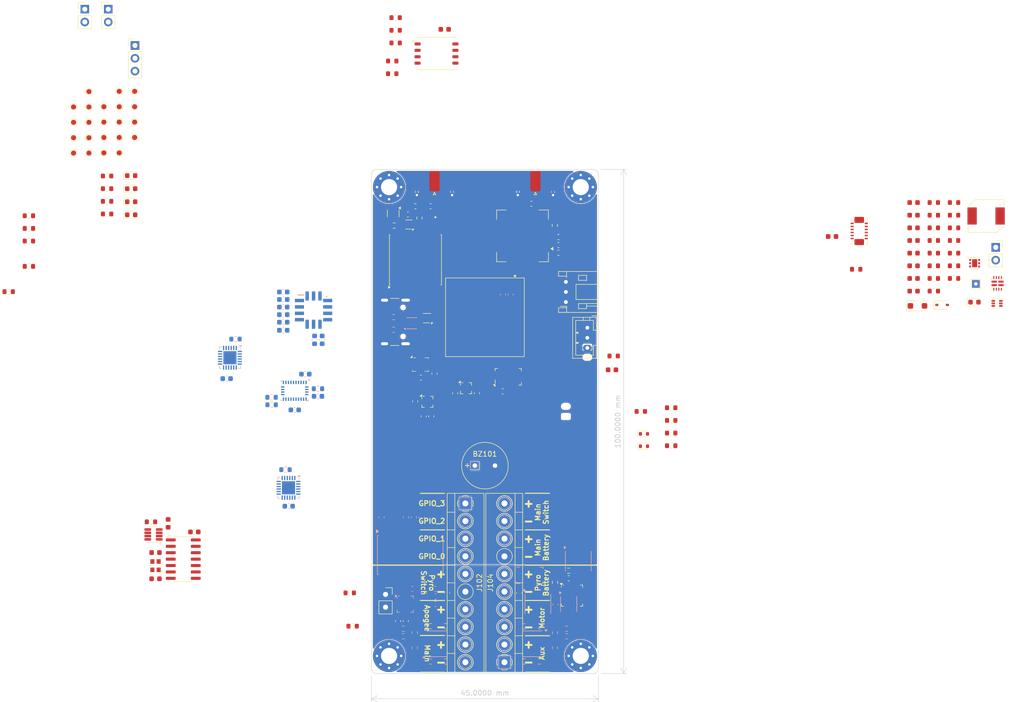
<source format=kicad_pcb>
(kicad_pcb (version 20240108) (generator "pcbnew") (generator_version "8.0")
  (title_block (title "MIDAS MK2") (date "2024-09-03") (rev "A") (company "Illinois Space Society") (comment 4 "Contributors: Peter Giannetos, Thomas McManamen"))
  (layers (0 "F.Cu" signal) (1 "In1.Cu" signal) (2 "In2.Cu" signal) (31 "B.Cu" signal) (34 "B.Paste" user) (35 "F.Paste" user) (36 "B.SilkS" user "B.Silkscreen") (37 "F.SilkS" user "F.Silkscreen") (38 "B.Mask" user) (39 "F.Mask" user) (44 "Edge.Cuts" user))
  (net 0 "")
  (net 1 "GND")
  (net 2 "+3V3")
  (net 3 "/BUZZER")
  (net 4 "Net-(U105-OSC2)")
  (net 5 "Net-(U105-OSC1)")
  (net 6 "/RESET_SW")
  (net 7 "+3V3_ISO")
  (net 8 "PYRO_GND")
  (net 9 "Net-(U202-VCAPL)")
  (net 10 "Net-(U202-VCAPH)")
  (net 11 "/Pyro Circuitry/GND2")
  (net 12 "/Pyro Circuitry/V_ISOOUT")
  (net 13 "/VREG_IN")
  (net 14 "Net-(D302-A)")
  (net 15 "Net-(U304-SS)")
  (net 16 "/E22_RESET")
  (net 17 "Net-(U402-A1)")
  (net 18 "Net-(FL401-IN)")
  (net 19 "Net-(J401-In)")
  (net 20 "Net-(U502-V_{1P8ANA})")
  (net 21 "Net-(U502-V_{1P8DIG})")
  (net 22 "Net-(U504-CAP)")
  (net 23 "Net-(U505-C1)")
  (net 24 "Net-(D101-A2)")
  (net 25 "Net-(D102-A2)")
  (net 26 "Net-(D105-A)")
  (net 27 "Net-(D106-A)")
  (net 28 "Net-(D103-A)")
  (net 29 "Net-(D104-A)")
  (net 30 "Net-(D301-K)")
  (net 31 "Net-(D303-A)")
  (net 32 "Net-(FL401-OUT)")
  (net 70 "/USB_POWER")
  (net 71 "Net-(J101-CC1)")
  (net 73 "Net-(J101-CC2)")
  (net 74 "/AUX_GPIO_2")
  (net 75 "/AUX_GPIO_0")
  (net 76 "/PYRO_SW")
  (net 77 "/AUX_GPIO_3")
  (net 78 "/PYRO_A")
  (net 79 "/AUX_GPIO_1")
  (net 80 "/V_PYRO")
  (net 81 "/PYRO_B")
  (net 82 "Net-(J104-Pin_8)")
  (net 83 "/VBAT_PYRO")
  (net 84 "/PYRO_D")
  (net 85 "/PYRO_C")
  (net 86 "/VBAT")
  (net 87 "/I2C_SCL")
  (net 88 "/I2C_SDA")
  (net 89 "/PYRO_SCL")
  (net 90 "/PYRO_SDA")
  (net 91 "/SPI_SCK")
  (net 92 "/SPI_MOSI")
  (net 93 "/SPI_MISO")
  (net 94 "/BOOT_SW")
  (net 95 "/SYS_POWER")
  (net 96 "Net-(J402-In)")
  (net 97 "Net-(U303-SW)")
  (net 98 "/Pyro Circuitry/PYRO_EN")
  (net 99 "Net-(Q201A-D1-Pad7)")
  (net 100 "Net-(Q201B-G2)")
  (net 101 "/Pyro Circuitry/V_PYRO_ZONE")
  (net 102 "Net-(Q202B-G2)")
  (net 103 "Net-(Q202A-G1)")
  (net 104 "Net-(Q203B-G2)")
  (net 105 "Net-(Q203A-G1)")
  (net 106 "Net-(Q401A-D1)")
  (net 107 "Net-(Q401B-D2)")
  (net 108 "Net-(Q401B-S2)")
  (net 109 "Net-(Q401A-G2)")
  (net 110 "/EXP_INT1")
  (net 111 "/EXP_INT2")
  (net 112 "/INA_ALERT")
  (net 113 "/EXP_RESET")
  (net 114 "/FLASH_DAT0")
  (net 115 "/FLASH_DAT1")
  (net 116 "/FLASH_DAT2")
  (net 117 "/FLASH_DAT3")
  (net 118 "/FLASH_CMD")
  (net 119 "/CAN_FAULT")
  (net 120 "/CANH")
  (net 121 "/CANL")
  (net 122 "/LED_RED")
  (net 123 "/LED_ORANGE")
  (net 124 "/LED_GREEN")
  (net 125 "/LED_BLUE")
  (net 126 "/Pyro Circuitry/INA_ALRT_ISO")
  (net 127 "/ISO_FLT")
  (net 128 "/Pyro Circuitry/FIRE_A")
  (net 129 "/Pyro Circuitry/FIRE_C")
  (net 130 "/Pyro Circuitry/SENSE_A")
  (net 131 "/Pyro Circuitry/SENSE_C")
  (net 132 "/Pyro Circuitry/FIRE_B")
  (net 133 "/Pyro Circuitry/FIRE_D")
  (net 134 "/Pyro Circuitry/SENSE_B")
  (net 135 "/Pyro Circuitry/SENSE_D")
  (net 136 "/Pyro Circuitry/EXP_INT_ISO")
  (net 137 "/Pyro Circuitry/ADC_DRDY")
  (net 138 "Net-(U304-PR1)")
  (net 139 "Net-(U304-OV1)")
  (net 140 "/Power/MUX_CP2")
  (net 141 "Net-(U304-OV2)")
  (net 142 "Net-(U303-FB)")
  (net 143 "Net-(U304-ILM)")
  (net 144 "/BNO086_BOOT")
  (net 145 "Net-(U504-ENV_SDA)")
  (net 146 "Net-(U504-ENV_SCL)")
  (net 147 "/EXP_INT0")
  (net 149 "/BNO086_RESET")
  (net 150 "/BNO086_WAKE")
  (net 151 "/ADXL355_INT2")
  (net 152 "/ADXL355_INT1")
  (net 153 "/KX134_INT2")
  (net 154 "/KX134_INT1")
  (net 155 "/LIS3MDL_DRDY")
  (net 156 "/LIS3MDL_INT")
  (net 157 "/LSM6DSLTR_INT1")
  (net 158 "/LSM6DSLTR_INT2")
  (net 159 "Net-(U101-IN-)")
  (net 160 "Net-(U101-IN+)")
  (net 163 "/CAN_NINT")
  (net 165 "/E22_DIO3")
  (net 166 "/E22_BUSY")
  (net 168 "/E22_DIO1")
  (net 170 "/CAN_NINT1")
  (net 173 "/E22_CS")
  (net 175 "/E22_RXEN")
  (net 176 "/BNO086_CS")
  (net 177 "/LIS3MDL_CS")
  (net 178 "/FLASH_CLK")
  (net 179 "/CAN_NCS")
  (net 180 "/ADC_RESET")
  (net 181 "/BNO086_INT")
  (net 182 "/USB_D-")
  (net 183 "/LSM6DSL_CS")
  (net 184 "/KX134_CS")
  (net 185 "/MS5611_CS")
  (net 187 "/USB_D+")
  (net 189 "/MAX_RESET")
  (net 190 "Net-(U105-TXCAN)")
  (net 191 "/ADXL355_CS")
  (net 192 "Net-(U105-RXCAN)")
  (net 194 "Net-(U105-~{INT0}{slash}GPIO0{slash}XSTBY)")
  (net 196 "Net-(U201-IN+)")
  (net 197 "/Pyro Circuitry/ISO_SDA")
  (net 198 "Net-(U201-IN-)")
  (net 199 "/Pyro Circuitry/ISO_SCL")
  (net 202 "/Pyro Circuitry/ADC_RST_ISO")
  (net 203 "/Pyro Circuitry/EXP_RST_ISO")
  (net 213 "Net-(U401-DIO2)")
  (net 218 "/RF/MAX_INT")
  (net 242 "/D-")
  (net 243 "/D+")
  (footprint "TestPoint:TestPoint_Pad_D1.0mm" (layer "F.Cu") (at 66.95 42.6)
    (property "Reference" "TP103" (hide yes))
    (property "Value" "TestPoint_Small")
  )
  (footprint "Package_TO_SOT_SMD:SOT-563" (layer "F.Cu") (at 133.425 65.925 180)
    (property "Reference" "Q401" (hide yes))
    (property "Value" "Si1016X")
  )
  (footprint "Capacitor_SMD:C_0603_1608Metric" (layer "F.Cu") (at 163.06 71.51)
    (property "Reference" "C405" (hide yes))
    (property "Value" "10nF")
  )
  (footprint "Resistor_SMD:R_0603_1608Metric" (layer "F.Cu") (at 185.425 109.8)
    (property "Reference" "R118" (hide yes))
    (property "Value" "0")
  )
  (footprint "MountingHole:MountingHole_3.2mm_M3_Pad_Via" (layer "F.Cu") (at 167.5 58.5)
    (property "Reference" "H102" (hide yes))
    (property "Value" "M3")
  )
  (footprint "Package_TO_SOT_SMD:SOT-23-8" (layer "F.Cu") (at 82.8 127.4 180)
    (property "Reference" "U107" (hide yes))
    (property "Value" "TCAN337G")
  )
  (footprint "Resistor_SMD:R_0603_1608Metric" (layer "F.Cu") (at 73.6 58.81)
    (property "Reference" "R124" (hide yes))
    (property "Value" "470")
  )
  (footprint "Resistor_SMD:R_0603_1608Metric" (layer "F.Cu") (at 58.1 64.18)
    (property "Reference" "R104" (hide yes))
    (property "Value" "4.7k")
  )
  (footprint "Resistor_SMD:R_0603_1608Metric" (layer "F.Cu") (at 162.36 66.1 90)
    (property "Reference" "R401" (hide yes))
    (property "Value" "100k")
  )
  (footprint "Resistor_SMD:R_0603_1608Metric" (layer "F.Cu") (at 237.49 61.56)
    (property "Reference" "R301" (hide yes))
    (property "Value" "5k")
  )
  (footprint "Connector_PinSocket_2.54mm:PinSocket_1x02_P2.54mm_Vertical" (layer "F.Cu") (at 249.76 70.45)
    (property "Reference" "J302" (hide yes))
    (property "Value" "Conn_01x02")
  )
  (footprint "Resistor_SMD:R_0603_1608Metric" (layer "F.Cu") (at 122.275 145.6)
    (property "Reference" "R220" (hide yes))
    (property "Value" "10k")
  )
  (footprint "Diode_SMD:D_SOD-523" (layer "F.Cu") (at 180.025 109.9)
    (property "Reference" "D102" (hide yes))
    (property "Value" "ESD321")
  )
  (footprint "TestPoint:TestPoint_Pad_D1.0mm" (layer "F.Cu") (at 70 51.75)
    (property "Reference" "TP122" (hide yes))
    (property "Value" "TestPoint_Small")
  )
  (footprint "Resistor_SMD:R_0603_1608Metric" (layer "F.Cu") (at 237.49 69.09)
    (property "Reference" "R305" (hide yes))
    (property "Value" "5k")
  )
  (footprint "TestPoint:TestPoint_Pad_D1.0mm" (layer "F.Cu") (at 72.96 45.605)
    (property "Reference" "TP102" (hide yes))
    (property "Value" "TestPoint_Small")
  )
  (footprint "Connector_JST:JST_PH_B3B-PH-K_1x03_P2.00mm_Vertical" (layer "F.Cu") (at 168.8 86.4 -90)
    (property "Reference" "J108" (hide yes))
    (property "Value" "~")
  )
  (footprint "LED_SMD:LED_0603_1608Metric" (layer "F.Cu") (at 78.38 63.995)
    (property "Reference" "D106" (hide yes))
    (property "Value" "BLUE LED")
  )
  (footprint "LED_SMD:LED_0603_1608Metric" (layer "F.Cu") (at 78.38 58.815)
    (property "Reference" "D104" (hide yes))
    (property "Value" "ORANGE LED")
  )
  (footprint "Capacitor_SMD:C_0603_1608Metric" (layer "F.Cu") (at 90.9 126.9)
    (property "Reference" "C108" (hide yes))
    (property "Value" "0.1uF")
  )
  (footprint "Resistor_SMD:R_0603_1608Metric" (layer "F.Cu") (at 185.425 107.29)
    (property "Reference" "R117" (hide yes))
    (property "Value" "0")
  )
  (footprint "Resistor_SMD:R_0603_1608Metric" (layer "F.Cu") (at 237.49 79.13)
    (property "Reference" "R308" (hide yes))
    (property "Value" "5k")
  )
  (footprint "LED_SMD:LED_0603_1608Metric" (layer "F.Cu") (at 78.38 56.225)
    (property "Reference" "D103" (hide yes))
    (property "Value" "RED LED")
  )
  (footprint "Resistor_SMD:R_0603_1608Metric" (layer "F.Cu") (at 237.49 66.58)
    (property "Reference" "R304" (hide yes))
    (property "Value" "27k")
  )
  (footprint "Capacitor_SMD:C_0603_1608Metric" (layer "F.Cu") (at 165.1 136.1 180)
    (property "Reference" "C211" (hide yes))
    (property "Value" "0.1uF")
  )
  (footprint "Capacitor_SMD:C_0603_1608Metric" (layer "F.Cu") (at 233.48 79.13)
    (property "Reference" "C307" (hide yes))
    (property "Value" "22uF")
  )
  (footprint "TestPoint:TestPoint_Pad_D1.0mm" (layer "F.Cu") (at 70 48.7)
    (property "Reference" "TP121" (hide yes))
    (property "Value" "TestPoint_Small")
  )
  (footprint "Capacitor_SMD:C_0603_1608Metric" (layer "F.Cu") (at 136.3775 103.9775 90)
    (property "Reference" "C516" (hide yes))
    (property "Value" "1uF")
  )
  (footprint "Package_DFN_QFN:WQFN-24-1EP_4x4mm_P0.5mm_EP2.6x2.6mm" (layer "F.Cu") (at 165.7625 139.55)
    (property "Reference" "U205" (hide yes))
    (property "Value" "TCAL9539-Q1")
  )
  (footprint "Resistor_SMD:R_0603_1608Metric" (layer "F.Cu") (at 130.8 24.88)
    (property "Reference" "R111" (hide yes))
    (property "Value" "50k")
  )
  (footprint "Package_LGA:LGA-8_8x6.2mm_P1.27mm" (layer "F.Cu") (at 138.9 32)
    (property "Reference" "U106" (hide yes))
    (property "Value" "ZDSD64GLGEAG-R")
  )
  (footprint "Diode_SMD:D_SOD-123F" (layer "F.Cu") (at 234.245 82.06)
    (property "Reference" "D301" (hide yes))
    (property "Value" "BZT52H-A5V1-QX")
  )
  (footprint "Resistor_SMD:R_0603_1608Metric" (layer "F.Cu") (at 185.425 104.78)
    (property "Reference" "R116" (hide yes))
    (property "Value" "0")
  )
  (footprint "Package_DFN_QFN:Texas_VQFN-HR-12_2x2.5mm_P0.5mm" (layer "F.Cu") (at 250.13 77.6)
    (property "Reference" "U304" (hide yes))
    (property "Value" "TPS2121")
  )
  (footprint "Capacitor_SMD:C_0603_1608Metric" (layer "F.Cu") (at 233.48 61.56)
    (property "Reference" "C301" (hide yes))
    (property "Value" "0.1uF")
  )
  (footprint "Package_LGA:Bosch_LGA-14_3x2.5mm_P0.5mm" (layer "F.Cu") (at 135.7 93.7)
    (property "Reference" "U503" (hide yes))
    (property "Value" "LSM6DSLTR")
  )
  (footprint "Resistor_SMD:R_0603_1608Metric" (layer "F.Cu") (at 222.1 74.8)
    (property "Reference" "R107" (hide yes))
    (property "Value" "10k")
  )
  (footprint "Resistor_SMD:R_0603_1608Metric" (layer "F.Cu") (at 58.1 69.2)
    (property "Reference" "R106" (hide yes))
    (property "Value" "4.7k")
  )
  (footprint "Capacitor_SMD:C_0603_1608Metric" (layer "F.Cu") (at 85.7 125.2 -90)
    (property "Reference" "C110" (hide yes))
    (property "Value" "0.1uF")
  )
  (footprint "Resistor_SMD:R_0603_1608Metric" (layer "F.Cu") (at 54.09 79.24)
    (property "Reference" "R101" (hide yes))
    (property "Value" "4.7k")
  )
  (footprint "TestPoint:TestPoint_Pad_D1.0mm" (layer "F.Cu") (at 70 39.55)
    (property "Reference" "TP116" (hide yes))
    (property "Value" "TestPoint_Small")
  )
  (footprint "TestPoint:TestPoint_Pad_D1.0mm" (layer "F.Cu") (at 66.95 51.75)
    (property "Reference" "TP113" (hide yes))
    (property "Value" "TestPoint_Small")
  )
  (footprint "MountingHole:MountingHole_3.2mm_M3_Pad_Via" (layer "F.Cu") (at 129.5 58.5)
    (property "Reference" "H101" (hide yes))
    (property "Value" "M3")
  )
  (footprint "Resistor_SMD:R_0603_1608Metric" (layer "F.Cu") (at 241.5 69.09)
    (property "Reference" "R311" (hide yes))
    (property "Value" "30k")
  )
  (footprint "Connector_USB:USB_C_Receptacle_GCT_USB4105-xx-A_16P_TopMnt_Horizontal" (layer "F.Cu") (at 129.675 85.25 -90)
    (property "Reference" "J101" (hide yes))
    (property "Value" "USB4105-GF-A")
  )
  (footprint "Resistor_SMD:R_0603_1608Metric" (layer "F.Cu") (at 237.49 64.07)
    (property "Reference" "R302" (hide yes))
    (property "Value" "5k")
  )
  (footprint "Capacitor_SMD:C_0603_1608Metric" (layer "F.Cu") (at 133.225 63.925 180)
    (property "Reference" "C402" (hide yes))
    (property "Value" "10nF")
  )
  (footprint "RF_Filter_Qualcomm:Qualcomm_SMD-6" (layer "F.Cu") (at 138.025 65.225 -90)
    (property "Reference" "FL401" (hide yes))
    (property "Value" "B3913")
  )
  (footprint "Diode_SMD:D_SOD-323" (layer "F.Cu") (at 239.135 81.86)
    (property "Reference" "D302" (hide yes))
    (property "Value" "BAS416")
  )
  (footprint "Capacitor_SMD:C_0603_1608Metric" (layer "F.Cu") (at 217.325 68.3)
    (property "Reference" "C101" (hide yes))
    (property "Value" "0.1uF")
  )
  (footprint "Resistor_SMD:R_0603_1608Metric" (layer "F.Cu") (at 165.1 134.6)
    (property "Reference" "R219" (hide yes))
    (property "Value" "10k")
  )
  (footprint "RF_Module:ESP32-S2-MINI-1U" (layer "F.Cu") (at 148.5 84.325 -90)
    (property "Reference" "U104" (hide yes))
    (property "Value" "ESP32-S3-MINI-1U")
  )
  (footprint "Package_SON:WSON-6-1EP_2x2mm_P0.65mm_EP1x1.6mm" (layer "F.Cu") (at 245.585 73.6)
    (property "Reference" "U302" (hide yes))
    (property "Value" "TVS1800DRV")
  )
  (footprint "Resistor_SMD:R_0603_1608Metric" (layer "F.Cu") (at 241.5 61.56)
    (property "Reference" "R309" (hide yes))
    (property "Value" "69.8k")
  )
  (footprint "TestPoint:TestPoint_Pad_D1.0mm" (layer "F.Cu") (at 72.96 48.655)
    (property "Reference" "TP104" (hide yes))
    (property "Value" "TestPoint_Small")
  )
  (footprint "Inductor_SMD:L_0603_1608Metric" (layer "F.Cu") (at 157.7125 61.8 180)
    (property "Reference" "L402" (hide yes))
    (property "Value" "330nH")
  )
  (footprint "Resistor_SMD:R_0603_1608Metric" (layer "F.Cu") (at 82.3 124.9 180)
    (property "Reference" "R114" (hide yes))
    (property "Value" "10k")
  )
  (footprint "Resistor_SMD:R_0603_1608Metric" (layer "F.Cu") (at 58.1 66.69)
    (property "Reference" "R105" (hide yes))
    (property "Value" "4.7k")
  )
  (footprint "Capacitor_SMD:C_0603_1608Metric" (layer "F.Cu") (at 138.5 95.5 -90)
    (property "Reference" "C512" (hide yes))
    (property "Value" "0.1uF")
  )
  (footprint "Connector_Coaxial:SMA_Molex_73251-2120_EdgeMount_Horizontal" (layer "F.Cu") (at 158.5075 57.1 90)
    (property "Reference" "J402" (hide yes))
    (property "Value" "SMA")
  )
  (footprint "Capacitor_SMD:C_0603_1608Metric" (layer "F.Cu") (at 146.9 99.4 -90)
    (property "Reference" "C502" (hide yes))
    (property "Value" "0.1uF")
  )
  (footprint "Capacitor_SMD:C_0603_1608Metric" (layer "F.Cu") (at 140.525 27.2)
    (property "Reference" "C109" (hide yes))
    (property "Value" "0.1uF")
  )
  (footprint "Resistor_SMD:R_0603_1608Metric" (layer "F.Cu") (at 237.49 76.62)
    (property "Reference" "R307" (hide yes))
    (property "Value" "33k")
  )
  (footprint "Resistor_SMD:R_0603_1608Metric" (layer "F.Cu") (at 58.1 74.22)
    (property "Reference" "R108" (hide yes))
    (property "Value" "10k")
  )
  (footprint "MountingHole:MountingHole_3.2mm_M3_Pad_Via" (layer "F.Cu") (at 167.502944 151.5)
    (property "Reference" "H104" (hide yes))
    (property "Value" "M3")
  )
  (footprint "Resistor_SMD:R_0603_1608Metric" (layer "F.Cu") (at 130.525 66.125 180)
    (property "Reference" "R403" (hide yes))
    (property "Value" "100k")
  )
  (footprint "Resistor_SMD:R_0603_1608Metric" (layer "F.Cu") (at 130.125 33.49)
    (property "Reference" "R109" (hide yes))
    (property "Value" "50k")
  )
  (footprint "Resistor_SMD:R_0603_1608Metric" (layer "F.Cu") (at 185.425 102.27)
    (property "Reference" "R115" (hide yes))
    (property "Value" "0")
  )
  (footprint "TestPoint:TestPoint_Pad_D1.0mm" (layer "F.Cu") (at 66.95 48.7)
    (property "Reference" "TP110" (hide yes))
    (property "Value" "TestPoint_Small")
  )
  (footprint "Connector_PinHeader_2.54mm:PinHeader_1x02_P2.54mm_Vertical" (layer "F.Cu") (at 69.18 23.205)
    (property "Reference" "J105" (hide yes))
    (property "Value" "Conn_01x02")
  )
  (footprint "TestPoint:TestPoint_Pad_D1.0mm" (layer "F.Cu") (at 76.01 42.555)
    (property "Reference" "TP108" (hide yes))
    (property "Value" "TestPoint_Small")
  )
  (footprint "Package_DFN_QFN:ST_UQFN-6L_1.5x1.7mm_P0.5mm" (layer "F.Cu") (at 137 84.5 180)
    (property "Reference" "U108" (hide yes))
    (property "Value" "ECMF02-2AMX6")
  )
  (footprint "Capacitor_SMD:C_0603_1608Metric" (layer "F.Cu") (at 137.725 62.3)
    (property "Reference" "C403" (hide yes))
    (property "Value" "47pF")
  )
  (footprint "Package_LGA:LGA-12_2x2mm_P0.5mm" (layer "F.Cu") (at 137.1 101.1)
    (property "Reference" "U505" (hide yes))
    (property "Value" "LIS3MDL")
  )
  (footprint "Diode_SMD:D_SOD-523" (layer "F.Cu") (at 180.025 107.45)
    (property "Reference" "D101" (hide yes))
    (property "Value" "ESD321")
  )
  (footprint "Capacitor_SMD:C_0603_1608Metric" (layer "F.Cu") (at 233.48 64.07)
    (property "Reference" "C302" (hide yes))
    (property "Value" "10uF")
  )
  (footprint "Resistor_SMD:R_0603_1608Metric" (layer "F.Cu") (at 237.49 74.11)
    (property "Reference" "R306" (hide yes))
    (property "Value" "30k")
  )
  (footprint "Capacitor_SMD:C_0603_1608Metric" (layer "F.Cu") (at 173.695 94.75)
    (property "Reference" "C111" (hide yes))
    (property "Value" "1uF")
  )
  (footprint "Package_VQFN:VQFN-REL0014B" (layer "F.Cu") (at 222.7 67.199999)
    (property "Reference" "U101" (hide yes))
    (property "Value" "INA745x")
  )
  (footprint "Capacitor_SMD:C_0603_1608Metric" (layer "F.Cu") (at 233.48 69.09)
    (property "Reference" "C304" (hide yes))
    (property "Value" "22uF")
  )
  (footprint "Capacitor_SMD:C_0603_1608Metric" (layer "F.Cu") (at 83.2 131 180)
    (property "Reference" "C104" (hide yes))
    (property "Value" "22pF")
  )
  (footprint "Connector_Phoenix_Terminal-Block:Phoenix_Terminal-Block_1751329_1x10_P3.5mm" (layer "F.Cu") (at 152.375 152.75 90)
    (property "Reference" "J104")
    (property "Value" "Right")
  )
  (footprint "Resistor_SMD:R_0603_1608Metric" (layer "F.Cu") (at 130.8 27.39)
    (property "Reference" "R112" (hide yes))
    (property "Value" "50k")
  )
  (footprint "Capacitor_SMD:C_0603_1608Metric" (layer "F.Cu") (at 152.0225 99.0275)
    (property "Reference" "C519" (hide yes))
    (property "Value" "0.1uF")
  )
  (footprint "Connector_JST:JST_PH_S3B-PH-K_1x03_P2.00mm_Horizontal" (layer "F.Cu") (at 164.55 81.3 90)
    (property "Reference" "J103" (hide yes))
    (property "Value" "Conn_01x03")
  )
  (footprint "TestPoint:TestPoint_Pad_D1.0mm" (layer "F.Cu") (at 76.01 51.705)
    (property "Reference" "TP112" (hide yes))
    (property "Value" "TestPoint_Small")
  )
  (footprint "Package_TO_SOT_SMD:SOT-563" (layer "F.Cu") (at 250.03 81.565)
    (property "Reference" "U303" (hide yes))
    (property "Value" "TI_TPS566242")
  )
  (footprint "TestPoint:TestPoint_Pad_D1.0mm" (layer "F.Cu") (at 66.95 45.65)
    (property "Reference" "TP107" (hide yes))
    (property "Value" "TestPoint_Small")
  )
  (footprint "Resistor_SMD:R_0603_1608Metric" (layer "F.Cu") (at 241.5 74.11)
    (property "Reference" "R314" (hide yes))
    (property "Value" "21.5k")
  )
  (footprint "Capacitor_SMD:C_0603_1608Metric" (layer "F.Cu") (at 233.48 71.6)
    (property "Reference" "C305" (hide yes))
    (property "Value" "22uF")
  )
  (footprint "TestPoint:TestPoint_Pad_D1.0mm" (layer "F.Cu") (at 79.06 48.655)
    (property "Reference" "TP118" (hide yes))
    (property "Value" "TestPoint_Small")
  )
  (footprint "Resistor_SMD:R_0603_1608Metric" (layer "F.Cu") (at 130.125 36)
    (property "Reference" "R110" (hide yes))
    (property "Value" "50k")
  )
  (footprint "TestPoint:TestPoint_Pad_D1.0mm" (layer "F.Cu") (at 79.06 45.605)
    (property "Reference" "TP117" (hide yes))
    (property "Value" "TestPoint_Small")
  )
  (footprint "Resistor_SMD:R_0603_1608Metric" (layer "F.Cu") (at 241.5 71.6)
    (property "Reference" "R313" (hide yes))
    (property "Value" "135k")
  )
  (footprint "Capacitor_SMD:C_0603_1608Metric" (layer "F.Cu") (at 163.06 70)
    (property "Reference" "C404" (hide yes))
    (property "Value" "10uF")
  )
  (footprint "RF_Module_Ebyte:E22-400MM22S" (layer "F.Cu") (at 155.96 68.1728 180)
    (property "Reference" "U401" (hide yes))
    (property "Value" "E22-400MM22S")
  )
  (footprint "TestPoint:TestPoint_Pad_D1.0mm" (layer "F.Cu") (at 76.01 48.655)
    (property "Reference" "TP111" (hide yes))
    (property "Value" "TestPoint_Small")
  )
  (footprint "Connector_PinHeader_2.54mm:PinHeader_1x02_P2.54mm_Vertical" (layer "F.Cu") (at 73.83 23.205)
    (property "Reference" "J106" (hide yes))
    (property "Value" "Conn_01x02")
  )
  (footprint "Connector_PinSocket_2.54mm:PinSocket_1x02_P2.54mm_Vertical" (layer "F.Cu") (at 128.8 139.3)
    (property "Reference" "J201" (hide yes))
    (property "Value" "Conn_01x02")
  )
  (footprint "LED_SMD:LED_0603_1608Metric" (layer "F.Cu") (at 78.38 61.405)
    (property "Reference" "D105" (hide yes))
    (property "Value" "GREEN LED")
  )
  (footprint "TestPoint:TestPoint_Pad_D1.0mm" (layer "F.Cu") (at 76.01 39.505)
    (property "Reference" "TP106" (hide yes))
    (property "Value" "TestPoint_Small")
  )
  (footprint "TestPoint:TestPoint_Pad_D1.0mm" (layer "F.Cu") (at 70 42.6)
    (property "Reference" "TP119" (hide yes))
    (property "Value" "TestPoint_Small")
  )
  (footprint "Capacitor_SMD:C_0603_1608Metric" (layer "F.Cu") (at 233.48 66.58)
    (property "Reference" "C303" (hide yes))
    (property "Value" "10uF")
  )
  (footprint "Connector_Phoenix_Terminal-Block:Phoenix_Terminal-Block_1751329_1x10_P3.5mm" (layer "F.Cu") (at 144.625 121.25 -90)
    (property "Reference" "J102")
    (property "Value" "Left")
  )
  (footprint "Package_LGA:LGA-8_3x5mm_P1.25mm" (layer "F.Cu") (at 153.1225 96.1275 90)
    (property "Reference" "U506" (hide yes))
    (property "Value" "MS5611-01BA03")
  )
  (footprint "RF_GPS:ublox_MAX" (layer "F.Cu") (at 134.725 72.925 90)
    (property "Reference" "U403" (hide yes))
    (property "Value" "MAX-M10S")
  )
  (footprint "Resistor_SMD:R_0603_1608Metric" (layer "F.Cu") (at 241.5 64.07)
    (property "Reference" "R310" (hide yes))
    (property "Value" "5k")
  )
  (footprint "Resistor_SMD:R_0603_1608Metric" (layer "F.Cu") (at 241.5 66.58)
    (property "Reference" "R312" (hide yes))
    (property "Value" "0")
  )
  (footprint "Connector_Coaxial:SMA_Molex_73251-2120_EdgeMount_Horizontal" (layer "F.Cu") (at 138.5 57.1 90)
    (property "Reference" "J401" (hide yes))
    (property "Value" "SMA")
  )
  (footprint "Capacitor_SMD:C_0603_1608Metric" (layer "F.Cu") (at 233.48 76.62)
    (property "Reference" "C308" (hide yes))
    (property "Value" "1uF")
  )
  (footprint "Resistor_SMD:R_0603_1608Metric" (layer "F.Cu") (at 179.4 103)
    (property "Reference" "R119" (hide yes))
    (property "Value" "120")
  )
  (footprint "TestPoint:TestPoint_THTPad_1.5x1.5mm_Drill0.7mm" (layer "F.Cu") (at 245.83 77.7)
    (property "Reference" "J301" (hide yes))
    (property "Value" "TestPoint")
  )
  (footprint "TestPoint:TestPoint_Pad_D1.0mm" (layer "F.Cu") (at 70 45.65)
    (property "Reference" "TP120" (hide yes))
    (property "Value" "TestPoint_Small")
  )
  (footprint "Resistor_SMD:R_0603_1608Metric" (layer "F.Cu") (at 241.5 76.62)
    (property "Reference" "R315" (hide yes))
    (property "Value" "470")
  )
  (footprint "Resistor_SMD:R_0603_1608Metric" (layer "F.Cu") (at 73.6 61.32)
    (property "Reference" "R125" (hide yes))
    (property "Value" "470")
  )
  (footprint "Resistor_SMD:R_0603_1608Metric" (layer "F.Cu") (at 73.6 63.83)
    (property "Reference" "R126" (hide yes))
    (property "Value" "470")
  )
  (footprint "TestPoint:TestPoint_Pad_D1.0mm" (layer "F.Cu") (at 76.01 45.605)
    (property "Reference" "TP109" (hide yes))
    (property "Value" "TestPoint_Small")
  )
  (footprint "Resistor_SMD:R_0603_1608Metric" (layer "F.Cu") (at 135.525 64.625 90)
    (property "Reference" "R402" (hide yes))
    (property "Value" "10")
  )
  (footprint "Inductor_TDK:L_TDK_SPM6530" (layer "F.Cu") (at 247.855 64.23)
    (property "Reference" "L301" (hide yes))
    (property "Value" "2.2uH")
  )
  (footprint "TestPoint:TestPoint_Pad_D1.0mm" (layer "F.Cu") (at 79.06 42.555)
    (property "Reference" "TP115" (hide yes))
    (property "Value" "TestPoint_Small")
  )
  (footprint "Resistor_SMD:R_0603_1608Metric" (layer "F.Cu") (at 130.8 29.9)
    (property "Reference" "R113" (hide yes))
    (property "Value" "50k")
  )
  (footprint "Capacitor_SMD:C_0603_1608Metric" (layer "F.Cu") (at 134.6775 101.0025 -90)
    (property "Reference" "C518" (hide yes))
    (property "Value" "100nF")
  )
  (footprint "MountingHole:MountingHole_3.2mm_M3_Pad_Via" (layer "F.Cu") (at 129.5 151.5)
    (property "Reference" "H103" (hide yes))
    (property "Value" "M3")
  )
  (footprint "TestPoint:TestPoint_Pad_D1.0mm" (layer "F.Cu") (at 72.96 51.705)
    (property "Reference" "TP105" (hide yes))
    (property "Value" "TestPoint_Small")
  )
  (footprint "Capacitor_SMD:C_0603_1608Metric" (layer "F.Cu") (at 233.48 74.11)
    (property "Reference" "C306" (hide yes))
    (property "Value" "22uF")
  )
  (footprint "Resistor_SMD:R_0603_1608Metric" (layer "F.Cu") (at 121.7 139)
    (property "Reference" "R202" (hide yes))
    (property "Value" "5k")
  )
  (footprint "Capacitor_SMD:C_0603_1608Metric" (layer "F.Cu") (at 137.8775 103.9775 90)
    (property "Reference" "C517" (hide yes))
    (property "Value" "100nF")
  )
  (footprint "Resistor_SMD:R_0603_1608Metric" (layer "F.Cu") (at 73.6 56.3)
    (property "Reference" "R123" (hide yes))
    (property "Value" "470")
  )
  (footprint "TestPoint:TestPoint_Pad_D1.0mm" (layer "F.Cu") (at 72.96 42.555)
    (property "Reference" "TP101" (hide yes))
    (property "Value" "TestPoint_Small")
  )
  (footprint "Capacitor_SMD:C_0603_1608Metric" (layer "F.Cu") (at 132.8 144.6 -90)
    (property "Reference" "C212" (hide yes))
    (property "Value" "0.1uF")
  )
  (footprint "Capacitor_SMD:C_0603_1608Metric" (layer "F.Cu") (at 131.3 144.6 -90)
    (property "Reference" "C213" (hide yes))
    (property "Value" "0.1uF")
  )
  (footprint "Package_TO_SOT_SMD:SOT-363_SC-70-6" (layer "F.Cu") (at 130.325 63.725 -90)
    (property "Reference" "U402" (hide yes))
    (property "Value" "NC7WZ07")
  )
  (footprint "Capacitor_SMD:C_0603_1608Metric" (layer "F.Cu") (at 142.6 99.4 -90)
    (property "Reference" "C504" (hide yes))
    (property "Value" "0.1uF")
  )
  (footprint "Crystal:Crystal_SMD_Abracon_ABM10-4Pin_2.5x2.0mm" (layer "F.Cu") (at 83.2 133.6 180)
    (property "Reference" "Y101" (hide yes))
    (property "Value" "40MHz")
  )
  (footprint "Capacitor_SMD:C_0603_1608Metric" (layer "F.Cu") (at 83.2 136.2 180)
    (property "Reference" "C105" (hide yes))
    (property "Value" "22pF")
  )
  (footprint "Connector_PinHeader_2.54mm:PinHeader_1x03_P2.54mm_Vertical" (layer "F.Cu") (at 79.13 30.405)
    (property "Reference" "J107" (hide yes))
    (property "Value" "~")
  )
  (footprint "Package_SO:SOIC-14_3.9x8.7mm_P1.27mm" (layer "F.Cu") (at 88.7 132.3)
    (property "Reference" "U105" (hide yes))
    (property "Value" "MCP2518FDT-xSL")
  )
  (footprint "Capacitor_SMD:C_0603_1608Metric" (layer "F.Cu") (at 135.8 96.3)
    (property "Reference" "C511" (hide yes))
    (property "Value" "0.1uF")
  )
  (footprint "Resistor_SMD:R_0603_1608Metric" (layer "F.Cu") (at 174.025 92)
    (property "Reference" "R122" (hide yes))
    (property "Value" "20k")
  )
  (footprint "Resistor_SMD:R_0603_1608Metric" (layer "F.Cu") (at 162.4 136.9 -90)
    (property "Reference" "R201" (hide yes))
    (property "Value" "10k")
  )
  (footprint "Package_LGA:LGA-12_2x2mm_P0.5mm" (layer "F.Cu") (at 144.75 98.4)
    (property "Reference" "U501" (hide yes))
    (property "Value" "KX134-1211")
  )
  (footprint "Buzzer:Buzzer_AT-0927-TT-6-R" (layer "F.Cu") (at 146.5 113.75)
    (property "Reference" "BZ101")
    (property "Value" "AT-0927-TT-6-R")
  )
  (footprint "LED_SMD:LED_0603_1608Metric" (layer "F.Cu") (at 245.55 81.32)
    (property "Reference" "D303" (hide yes))
    (property "Value" "RED LED")
  )
  (footprint "Capacitor_SMD:C_0603_1608Metric" (layer "F.Cu") (at 163.06 68.4)
    (property "Reference" "C401" (hide yes))
    (property "Value" "0.1uF")
  )
  (footprint "TestPoint:TestPoint_Pad_D1.0mm" (layer "F.Cu") (at 79.06 39.505)
    (property "Reference" "TP114" (hide yes))
    (property "Value" "TestPoint_Small")
  )
  (footprint "Resistor_SMD:R_0603_1608Metric" (layer "F.Cu") (at 237.49 71.6)
    (property "Reference" "R303" (hide yes))
    (property "Value" "20k")
  )
  (footprint "Inductor_SMD:L_0603_1608Metric" (layer "F.Cu") (at 134.725 62.3 180)
    (property "Reference" "L401" (hide yes))
    (property "Value" "27nH")
  )
  (footprint "Capacitor_SMD:C_0603_1608Metric" (layer "B.Cu") (at 110.8 102.7 180)
    (property "Reference" "C513" (hide yes))
    (property "Value" "0.1uF")
  )
  (footprint "Capacitor_SMD:C_0603_1608Metric" (layer "B.Cu") (at 115.4 100)
    (property "Reference" "C514" (hide yes))
    (property "Value" "0.1uF")
  )
  (footprint "Package_SO:SOIC-8_3.9x4.9mm_P1.27mm" (layer "B.Cu") (at 167 132.7 -90)
    (property "Reference" "U204" (hide yes))
    (property "Value" "ISO1640BDR")
  )
  (footprint "Capacitor_SMD:C_0603_1608Metric" (layer "B.Cu") (at 114.73 88.8 -90)
    (property "Reference" "C506" (hide yes))
    (property "Value" "0.1uF")
  )
  (footprint "Resistor_SMD:R_0603_1608Metric" (layer "B.Cu") (at 162.4 146.9 -90)
    (property "Reference" "R206" (hide yes))
    (property "Value" "1k")
  )
  (footprint "Capacitor_SMD:C_0603_1608Metric" (layer "B.Cu") (at 138.7 138.2)
    (property "Reference" "C208" (hide yes))
    (property "Value" "10uF")
  )
  (footprint "Resistor_SMD:R_0603_1608Metric" (layer "B.Cu") (at 115.4 98.5)
    (property "Reference" "R501" (hide yes))
    (property "Value" "10k")
  )
  (footprint "Capacitor_SMD:C_0603_1608Metric" (layer "B.Cu") (at 128 124 90)
    (property "Reference" "C210" (hide yes))
    (property "Value" "0.1uF")
  )
  (footprint "Package_DFN_QFN:WQFN-24-1EP_4x4mm_P0.5mm_EP2.6x2.6mm" (layer "B.Cu") (at 97.95 92.35 180)
    (property "Reference" "U102" (hide yes))
    (property "Value" "TCAL9539-Q1")
  )
  (footprint "Resistor_SMD:R_0603_1608Metric" (layer "B.Cu") (at 137.7 152.6)
    (property "Reference" "R217" (hide yes))
    (property "Value" "20k")
  )
  (footprint "Package_VQFN:VQFN-REL0014B" (layer "B.Cu") (at 157.4 135.5 -90)
    (property "Reference" "U201" (hide yes))
    (property "Value" "INA745x")
  )
  (footprint "Capacitor_SMD:C_0603_1608Metric" (layer "B.Cu") (at 135.95 124 90)
    (property "Reference" "C203" (hide yes))
    (property "Value" "10nF")
  )
  (footprint "Capacitor_SMD:C_0603_1608Metric" (layer "B.Cu") (at 108.53 85.3)
    (property "Reference" "C509" (hide yes))
    (property "Value" "1uF")
  )
  (footprint "Capacitor_SMD:C_0603_1608Metric" (layer "B.Cu") (at 108.53 82.3)
    (property "Reference" "C505" (hide yes))
    (property "Value" "1uF")
  )
  (footprint "Resistor_SMD:R_0603_1608Metric" (layer "B.Cu") (at 132.3 146.1 180)
    (property "Reference" "R203" (hide yes))
    (property "Value" "3.3k")
  )
  (footprint "Package_DFN_QFN:WQFN-24-1EP_4x4mm_P0.5mm_EP2.6x2.6mm" (layer "B.Cu") (at 109.5625 118.15 180)
    (property "Reference" "U103" (hide yes))
    (property "Value" "TCAL9539-Q1")
  )
  (footprint "Resistor_SMD:R_0603_1608Metric" (layer "B.Cu") (at 162.4 149.9 -90)
    (property "Reference" "R214" (hide yes))
    (property "Value" "1k")
  )
  (footprint "Package_SO:VSSOP-8_3x3mm_P0.65mm" (layer "B.Cu") (at 165.1 141.2 -90)
    (property "Reference" "U202" (hide yes))
    (property "Value" "LM74670-Q1")
  )
  (footprint "Package_LGA:LGA-28_5.2x3.8mm_P0.5mm" (layer "B.Cu") (at 110.8 98.9 180)
    (property "Reference" "U504" (hide yes))
    (property "Value" "BNO086")
  )
  (footprint "Resistor_SMD:R_0603_1608Metric" (layer "B.Cu") (at 132.3 147.6 180)
    (property "Reference" "R211" (hide yes))
    (property "Value" "3.3k")
  )
  (footprint "Resistor_SMD:R_0603_1608Metric" (layer "B.Cu") (at 159.3 145.635 180)
    (property "Reference" "R210" (hide yes))
    (property "Value" "20k")
  )
  (footprint "Capacitor_SMD:C_0603_1608Metric" (layer "B.Cu") (at 108.53 86.9 180)
    (property "Reference" "C510" (hide yes))
    (property "Value" "0.1uF")
  )
  (footprint "Capacitor_SMD:C_0603_1608Metric" (layer "B.Cu") (at 116.23 88.8 90)
    (property "Reference" "C503" (hide yes))
    (property "Value" "1uF")
  )
  (footprint "Resistor_SMD:R_0603_1608Metric" (layer "B.Cu") (at 140.7 152.6)
    (property "Reference" "R215" (hide yes))
    (property "Value" "5k")
  )
  (footprint "Capacitor_SMD:C_0603_1608Metric" (layer "B.Cu") (at 132.85 124 90)
    (property "Reference" "C207" (hide yes))
    (property "Value" "10uF")
  )
  (footprint "Capacitor_SMD:C_0603_1608Metric" (layer "B.Cu") (at 152.09 79.8 90)
    (property "Reference" "C107" (hide yes))
    (property "Value" "0.1uF")
  )
  (footprint "Capacitor_SMD:C_0603_1608Metric" (layer "B.Cu") (at 138.7 141.2)
    (property "Reference" "C204" (hide yes))
    (property "Value" "10nF")
  )
  (footprint "Resistor_SMD:R_0603_1608Metric" (layer "B.Cu") (at 130.4 84.29 180)
    (property "Reference" "R120" (hide yes))
    (property "Value" "5.1k")
  )
  (footprint "Capacitor_SMD:C_0603_1608Metric" (layer "B.Cu") (at 108.53 83.8 180)
    (property "Reference" "C507" (hide yes))
    (property "Value" "0.1uF")
  )
  (footprint "Resistor_SMD:R_0603_1608Metric" (layer "B.Cu") (at 164.7 147.6)
    (property "Reference" "R212" (hide yes))
    (property "Value" "3.3k")
  )
  (footprint "Resistor_SMD:R_0603_1608Metric" (layer "B.Cu") (at 99.05 88.65)
    (property "Reference" "R102" (hide yes))
    (property "Value" "10k")
  )
  (footprint "Capacitor_SMD:C_0603_1608Metric" (layer "B.Cu") (at 108.53 79.3 180)
    (property "Reference" "C508" (hide yes))
    (property "Value" "0.1uF")
  )
  (footprint "Capacitor_SMD:C_0603_1608Metric" (layer "B.Cu") (at 134.1 138.2 180)
    (property "Reference" "C209" (hide yes))
    (property "Value" "0.1uF")
  )
  (footprint "Inductor_SMD:L_0603_1608Metric" (layer "B.Cu") (at 136.4 139 -90)
    (property "Reference" "FB201" (hide yes))
    (property "Value" "BLM18SG331TN1D")
  )
  (footprint "Capacitor_SMD:C_0603_1608Metric" (layer "B.Cu") (at 109.6 121.8 180)
    (property "Reference" "C103" (hide yes))
    (property "Value" "0.1uF")
  )
  (footprint "Capacitor_SMD:C_0603_1608Metric" (layer "B.Cu") (at 138.7 139.7)
    (property "Reference" "C206" (hide yes))
    (property "Value" "1uF")
  )
  (footprint "Resistor_SMD:R_0603_1608Metric" (layer "B.Cu") (at 164.7 146.1)
    (property "Reference" "R204" (hide yes))
    (property "Value" "3.3k")
  )
  (footprint "Capacitor_SMD:C_0603_1608Metric" (layer "B.Cu") (at 97.3 96.5 180)
    (property "Reference" "C102" (hide yes))
    (property "Value" "0.1uF")
  )
  (footprint "Package_SO:SO-8_3.9x4.9mm_P1.27mm" (layer "B.Cu") (at 157.9 149.1 180)
    (property "Reference" "Q203" (hide yes))
    (property "Value" "DMNH6022SSDQ")
  )
  (footprint "Package_SON:WSON-6-1EP_2x2mm_P0.65mm_EP1x1.6mm" (layer "B.Cu") (at 134 85.5)
    (property "Reference" "U301" (hide yes))
    (property "Value" "TVS1800DRV")
  )
  (footprint "Resistor_SMD:R_0603_1608Metric" (layer "B.Cu") (at 134.6 146.9 -90)
    (property "Reference" "R205" (hide yes))
    (property "Value" "1k")
  )
  (footprint "Resistor_SMD:R_0603_1608Metric" (layer "B.Cu") (at 106.21 101.68 180)
    (property "Reference" "R503" (hide yes))
    (property "Value" "2.2k")
  )
  (footprint "Package_SO:SO-8_3.9x4.9mm_P1.27mm" (layer "B.Cu") (at 139.1 149.1)
    (property "Reference" "Q202" (hide yes))
    (property "Value" "DMNH6022SSDQ")
  )
  (footprint "Resistor_SMD:R_0603_1608Metric" (layer "B.Cu") (at 108.9625 114.55 180)
    (property "Reference" "R103" (hide yes))
    (property "Value" "10k")
  )
  (footprint "Resistor_SMD:R_0603_1608Metric" (layer "B.Cu") (at 156.3 152.6 180)
    (property "Reference" "R216" (hide yes))
    (property "Value" "5k")
  )
  (footprint "Inductor_SMD:L_0603_1608Metric" (layer "B.Cu") (at 141 139 90)
    (property "Reference" "FB202" (hide yes))
    (property "Value" "BLM18SG331TN1D")
  )
  (footprint "Sensor_Motion_Analog:Analog_LGA_14-7.4x7.4mm" (layer "B.Cu") (at 114.53 82.9 180)
    (property "Reference" "U502" (hide yes))
    (property "Value" "ADXL355" (hide yes))
  )
  (footprint "Resistor_SMD:R_0603_1608Metric" (layer "B.Cu") (at 137.7 145.6)
    (property "Reference" "R209" (hide yes))
    (property "Value" "20k")
  )
  (footprint "Package_SO:SOIC-20W_7.5x12.8mm_P1.27mm" (layer "B.Cu") (at 133.7 131.5 -90)
    (property "Reference" "U203" (hide yes))
    (property "Value" "ISOW7742")
  )
  (footprint "Resistor_SMD:R_0603_1608Metric" (layer "B.Cu") (at 140.7 145.6)
    (property "Reference" "R207" (hide yes))
    (property "Value" "5k")
  )
  (footprint "Package_SO:SO-8_3.9x4.9mm_P1.27mm" (layer "B.Cu") (at 159 141.175 -90)
    (property "Reference" "Q201" (hide yes))
    (property "Value" "DMNH6022SSDQ")
  )
  (footprint "Capacitor_SMD:C_0603_1608Metric" (layer "B.Cu") (at 112.9 95.6)
    (property "Reference" "C515" (hide yes))
    (property "Value" "0.1uF")
  )
  (footprint "Resistor_SMD:R_0603_1608Metric" (layer "B.Cu") (at 106.2 100.2 180)
    (property "Reference" "R502" (hide yes))
    (property "Value" "2.2k")
  )
  (footprint "Capacitor_SMD:C_0603_1608Metric" (layer "B.Cu") (at 162.5 141.3 -90)
    (property "Reference" "C202" (hide yes))
    (property "Value" "1uF")
  )
  (footprint "Resistor_SMD:R_0603_1608Metric" (layer "B.Cu") (at 159.3 152.6 180)
    (property "Reference" "R218" (hide yes))
    (property "Value" "20k")
  )
  (footprint "Resistor_SMD:R_0603_1608Metric" (layer "B.Cu") (at 134.6 149.9 -90)
    (property "Reference" "R213" (hide yes))
    (property "Value" "1k")
  )
  (footprint "Capacitor_SMD:C_0603_1608Metric" (layer "B.Cu") (at 134.4 124 90)
    (property "Reference" "C205" (hide yes))
    (property "Value" "1uF")
  )
  (footprint "Capacitor_SMD:C_0603_1608Metric" (layer "B.Cu") (at 155.3 139 90)
    (property "Reference" "C201" (hide yes))
    (property "Value" "0.1uF")
  )
  (footprint "Resistor_SMD:R_0603_1608Metric" (layer "B.Cu") (at 130.4 86.8 180)
    (property "Reference" "R121" (hide yes))
    (property "Value" "5.1k")
  )
  (footprint "Package_DFN_QFN:Texas_RTE0016D_WQFN-16-1EP_3x3mm_P0.5mm_EP0.8x0.8mm" (layer "B.Cu") (at 132.7 141.2375 -90)
    (property "Reference" "U206" (hide yes))
    (property "Value" "ADS122C04IRTE")
  )
  (footprint "Capacitor_SMD:C_0603_1608Metric" (layer "B.Cu") (at 153.6 79.8 90)
    (property "Reference" "C106" (hide yes))
    (property "Value" "22uF")
  )
  (footprint "Capacitor_SMD:C_0603_1608Metric" (layer "B.Cu") (at 108.53 80.8)
    (property "Reference" "C501" (hide yes))
    (property "Value" "1uF")
  )
  (footprint "Resistor_SMD:R_0603_1608Metric" (layer "B.Cu") (at 156.3 145.635 180)
    (property "Reference" "R208" (hide yes))
    (property "Value" "5k")
  )
  (gr_line (start 140.505 119.25) (end 135.7 119.25) (stroke (width 0.2)) (layer "F.SilkS"))
  (gr_line (start 140.505 126.5) (end 135.7 126.5) (stroke (width 0.2)) (layer "F.SilkS"))
  (gr_line (start 140.505 154.75) (end 135.7 154.75) (stroke (width 0.2)) (layer "F.SilkS"))
  (gr_line (start 161.305 140.5) (end 156.5 140.5) (stroke (width 0.2)) (layer "F.SilkS"))
  (gr_line (start 161.305 154.738) (end 156.5 154.738) (stroke (width 0.2)) (layer "F.SilkS"))
  (gr_line (start 156.5 133.5) (end 170.7 133.5) (stroke (width 0.2)) (layer "F.SilkS"))
  (gr_line (start 140.5 133.5) (end 126.3 133.5) (stroke (width 0.2)) (layer "F.SilkS"))
  (gr_line (start 161.305 119.238) (end 156.5 119.238) (stroke (width 0.2)) (layer "F.SilkS"))
  (gr_line (start 140.505 140.5) (end 135.7 140.5) (stroke (width 0.2)) (layer "F.SilkS"))
  (gr_line (start 140.505 147.45) (end 135.7 147.45) (stroke (width 0.2)) (layer "F.SilkS"))
  (gr_line (start 161.305 126.5) (end 156.5 126.5) (stroke (width 0.2)) (layer "F.SilkS"))
  (gr_line (start 161.305 147.5) (end 156.5 147.5) (stroke (width 0.2)) (layer "F.SilkS"))
  (gr_line (start 170 155) (end 127 155) (stroke (width 0.1)) (layer "Edge.Cuts"))
  (gr_arc (start 170 55) (mid 170.707107 55.292893) (end 171 56) (stroke (width 0.1)) (layer "Edge.Cuts"))
  (gr_line (start 171 56) (end 171 154) (stroke (width 0.1)) (layer "Edge.Cuts"))
  (gr_arc (start 127 155) (mid 126.292893 154.707107) (end 126 154) (stroke (width 0.1)) (layer "Edge.Cuts"))
  (gr_arc (start 171 154) (mid 170.707107 154.707107) (end 170 155) (stroke (width 0.1)) (layer "Edge.Cuts"))
  (gr_line (start 126 154) (end 126 56) (stroke (width 0.1)) (layer "Edge.Cuts"))
  (gr_line (start 127 55) (end 170 55) (stroke (width 0.1)) (layer "Edge.Cuts"))
  (gr_arc (start 126 56) (mid 126.292893 55.292893) (end 127 55) (stroke (width 0.1)) (layer "Edge.Cuts"))
  (gr_text "MIDAS" (at 148.5 59.5 0) (layer "F.Cu") (effects (font (size 1.7 1.7) (thickness 0.4) (bold yes)) (justify bottom)))
  (gr_text "Motor" (at 159.805 143.983 90) (layer "F.SilkS") (effects (font (size 1 1) (thickness 0.2) (bold yes))))
  (gr_text "Pyro\nBattery" (at 159.805 137 90) (layer "F.SilkS") (effects (font (size 1 1) (thickness 0.2) (bold yes))))
  (gr_text "-" (at 139.795 145.736 0) (layer "F.SilkS") (effects (font (size 1.5 1.5) (thickness 0.375) (bold yes))))
  (gr_text "-" (at 139.8 138.7 0) (layer "F.SilkS") (effects (font (size 1.5 1.5) (thickness 0.375) (bold yes))))
  (gr_text "+\n" (at 157.17 135.238 0) (layer "F.SilkS") (effects (font (size 1.5 1.5) (thickness 0.375) (bold yes))))
  (gr_text "+\n" (at 157.17 121.238 0) (layer "F.SilkS") (effects (font (size 1.5 1.5) (thickness 0.375) (bold yes))))
  (gr_text "Main" (at 137.079 150.991 270) (layer "F.SilkS") (effects (font (size 1 1) (thickness 0.2) (bold yes))))
  (gr_text "Main\nBattery" (at 159.805 130 90) (layer "F.SilkS") (effects (font (size 1 1) (thickness 0.2) (bold yes))))
  (gr_text "-" (at 157.17 124.738 0) (layer "F.SilkS") (effects (font (size 1.5 1.5) (thickness 0.375) (bold yes))))
  (gr_text "Pyro\nSwitch" (at 137.165 137 270) (layer "F.SilkS") (effects (font (size 1 1) (thickness 0.2) (bold yes))))
  (gr_text "GPIO_0" (at 140.73 131.75 0) (layer "F.SilkS") (effects (font (size 1 1) (thickness 0.2) (bold yes)) (justify right)))
  (gr_text "+\n" (at 139.795 142.236 0) (layer "F.SilkS") (effects (font (size 1.5 1.5) (thickness 0.375) (bold yes))))
  (gr_text "+\n" (at 139.795 149.236 0) (layer "F.SilkS") (effects (font (size 1.5 1.5) (thickness 0.375) (bold yes))))
  (gr_text "-" (at 157.17 152.713 0) (layer "F.SilkS") (effects (font (size 1.5 1.5) (thickness 0.375) (bold yes))))
  (gr_text "+\n" (at 157.17 142.238 0) (layer "F.SilkS") (effects (font (size 1.5 1.5) (thickness 0.375) (bold yes))))
  (gr_text "Aux" (at 159.805 151.008 90) (layer "F.SilkS") (effects (font (size 1 1) (thickness 0.2) (bold yes))))
  (gr_text "-" (at 157.17 131.738 0) (layer "F.SilkS") (effects (font (size 1.5 1.5) (thickness 0.375) (bold yes))))
  (gr_text "GPIO_2" (at 140.73 124.75 0) (layer "F.SilkS") (effects (font (size 1 1) (thickness 0.2) (bold yes)) (justify right)))
  (gr_text "GPIO_3" (at 140.73 121.25 0) (layer "F.SilkS") (effects (font (size 1 1) (thickness 0.2) (bold yes)) (justify right)))
  (gr_text "+\n" (at 157.17 128.238 0) (layer "F.SilkS") (effects (font (size 1.5 1.5) (thickness 0.375) (bold yes))))
  (gr_text "-" (at 157.17 138.7 0) (layer "F.SilkS") (effects (font (size 1.5 1.5) (thickness 0.375) (bold yes))))
  (gr_text "Apogee" (at 137.079 144.025 270) (layer "F.SilkS") (effects (font (size 1 1) (thickness 0.2) (bold yes))))
  (gr_text "-" (at 157.17 145.738 0) (layer "F.SilkS") (effects (font (size 1.5 1.5) (thickness 0.375) (bold yes))))
  (gr_text "+\n" (at 139.8 135.238 0) (layer "F.SilkS") (effects (font (size 1.5 1.5) (thickness 0.375) (bold yes))))
  (gr_text "+\n" (at 157.17 149.213 0) (layer "F.SilkS") (effects (font (size 1.5 1.5) (thickness 0.375) (bold yes))))
  (gr_text "GPIO_1" (at 140.73 128.25 0) (layer "F.SilkS") (effects (font (size 1 1) (thickness 0.2) (bold yes)) (justify right)))
  (gr_text "Main\nSwitch" (at 159.805 123 90) (layer "F.SilkS") (effects (font (size 1 1) (thickness 0.2) (bold yes))))
  (gr_text "-" (at 139.795 152.736 0) (layer "F.SilkS") (effects (font (size 1.5 1.5) (thickness 0.375) (bold yes))))
  (dimension (type aligned) (layer "Edge.Cuts") (pts (xy 126 155) (xy 171 155)) (height 5) (gr_text "45.0000 mm" (at 148.5 158.85 0) (layer "Edge.Cuts") (effects (font (size 1 1) (thickness 0.15)))) (format (prefix "") (suffix "") (units 3) (units_format 1) (precision 4)) (style (thickness 0.1) (arrow_length 1.27) (text_position_mode 0) (extension_height 0.58642) (extension_offset 0.5) keep_text_aligned))
  (dimension (type aligned) (layer "Edge.Cuts") (pts (xy 171 155) (xy 171 55)) (height 5) (gr_text "100.0000 mm" (at 174.85 105 90) (layer "Edge.Cuts") (effects (font (size 1 1) (thickness 0.15)))) (format (prefix "") (suffix "") (units 3) (units_format 1) (precision 4)) (style (thickness 0.1) (arrow_length 1.27) (text_position_mode 0) (extension_height 0.58642) (extension_offset 0.5) keep_text_aligned))
  (segment (start 138.100001 84.5) (end 138.110001 84.51) (width 0.23) (layer "F.Cu") (net 182))
  (segment (start 137.65 84.5) (end 138.100001 84.5) (width 0.23) (layer "F.Cu") (net 182))
  (segment (start 140.899999 84.325) (end 141.5 84.325) (width 0.23) (layer "F.Cu") (net 182))
  (segment (start 138.110001 84.51) (end 140.714999 84.51) (width 0.23) (layer "F.Cu") (net 182))
  (segment (start 140.714999 84.51) (end 140.899999 84.325) (width 0.23) (layer "F.Cu") (net 182))
  (segment (start 138.100001 85) (end 138.110001 84.99) (width 0.23) (layer "F.Cu") (net 187))
  (segment (start 140.714999 84.99) (end 140.899999 85.175) (width 0.23) (layer "F.Cu") (net 187))
  (segment (start 140.899999 85.175) (end 141.5 85.175) (width 0.23) (layer "F.Cu") (net 187))
  (segment (start 138.110001 84.99) (end 140.714999 84.99) (width 0.23) (layer "F.Cu") (net 187))
  (segment (start 137.65 85) (end 138.100001 85) (width 0.23) (layer "F.Cu") (net 187))
  (segment (start 134.227501 84.51) (end 135.889999 84.51) (width 0.23) (layer "F.Cu") (net 242))
  (segment (start 132.780001 85.5) (end 132.5 85.219999) (width 0.23) (layer "F.Cu") (net 242))
  (segment (start 135.889999 84.51) (end 135.899999 84.5) (width 0.23) (layer "F.Cu") (net 242))
  (segment (start 132.5 85.219999) (end 132.5 84.75) (width 0.23) (layer "F.Cu") (net 242))
  (segment (start 132.5 84.75) (end 132.75 84.5) (width 0.23) (layer "F.Cu") (net 242))
  (segment (start 133.355 85.5) (end 132.780001 85.5) (width 0.23) (layer "F.Cu") (net 242))
  (segment (start 135.899999 84.5) (end 136.35 84.5) (width 0.23) (layer "F.Cu") (net 242))
  (segment (start 132.75 84.5) (end 133.355 84.5) (width 0.23) (layer "F.Cu") (net 242))
  (segment (start 133.355 84.5) (end 134.217501 84.5) (width 0.23) (layer "F.Cu") (net 242))
  (segment (start 134.217501 84.5) (end 134.227501 84.51) (width 0.23) (layer "F.Cu") (net 242))
  (segment (start 134.25 85.679999) (end 134.25 85.25) (width 0.23) (layer "F.Cu") (net 243))
  (segment (start 135.899999 85) (end 136.35 85) (width 0.23) (layer "F.Cu") (net 243))
  (segment (start 133.355 85) (end 134.217501 85) (width 0.23) (layer "F.Cu") (net 243))
  (segment (start 133.929999 86) (end 134.25 85.679999) (width 0.23) (layer "F.Cu") (net 243))
  (segment (start 134.217501 85) (end 134.227501 84.99) (width 0.23) (layer "F.Cu") (net 243))
  (segment (start 134.227501 84.99) (end 135.889999 84.99) (width 0.23) (layer "F.Cu") (net 243))
  (segment (start 134 85) (end 133.355 85) (width 0.23) (layer "F.Cu") (net 243))
  (segment (start 134.25 85.25) (end 134 85) (width 0.23) (layer "F.Cu") (net 243))
  (segment (start 135.889999 84.99) (end 135.899999 85) (width 0.23) (layer "F.Cu") (net 243))
  (segment (start 133.355 86) (end 133.929999 86) (width 0.23) (layer "F.Cu") (net 243))
  (zone (net 1) (net_name "GND") (layers "F.Cu" "In1.Cu" "B.Cu") (connect_pads yes (clearance 0.1)) (min_thickness 0.25) (fill yes (thermal_gap 0.5) (thermal_bridge_width 0.5))
    (polygon (pts (xy 126 55) (xy 171 55) (xy 171 133.5) (xy 126 133.5)))
  )
  (zone (net 8) (net_name "PYRO_GND") (layers "F.Cu" "In1.Cu" "B.Cu") (priority 3) (connect_pads yes (clearance 0.1)) (min_thickness 0.25) (fill yes (thermal_gap 0.5) (thermal_bridge_width 0.5))
    (polygon (pts (xy 126 133.5) (xy 171 133.5) (xy 171 155) (xy 126 155)))
  )
)
</source>
